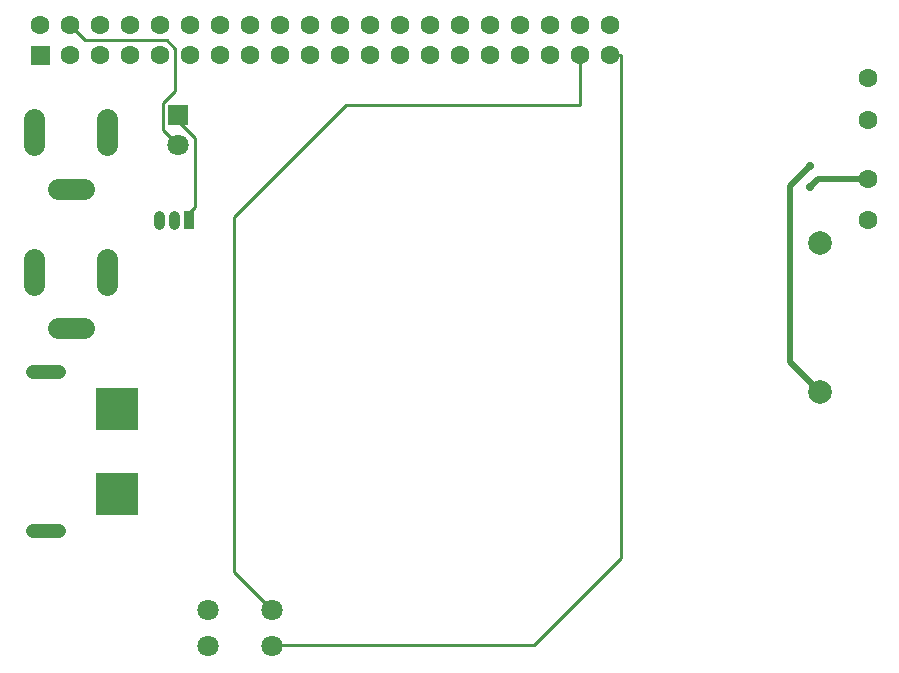
<source format=gbl>
G04 Layer: BottomLayer*
G04 EasyEDA v6.4.19.4, 2021-05-18T12:34:38--6:00*
G04 00e3982b90714801b635961d6bcae6ed,ecfdb7ac97474c2db5e1325c5a2f7ac0,10*
G04 Gerber Generator version 0.2*
G04 Scale: 100 percent, Rotated: No, Reflected: No *
G04 Dimensions in millimeters *
G04 leading zeros omitted , absolute positions ,4 integer and 5 decimal *
%FSLAX45Y45*%
%MOMM*%

%ADD11C,0.2600*%
%ADD13C,0.5000*%
%ADD14C,0.7000*%
%ADD22C,1.6000*%
%ADD24C,1.8000*%
%ADD25C,2.0000*%
%ADD26R,3.6000X3.6000*%
%ADD27R,1.8000X1.8000*%
%ADD28R,0.9000X1.6000*%
%ADD29C,1.2000*%
%ADD30C,0.9000*%

%LPD*%
D11*
X15684500Y431800D02*
G01*
X15773400Y431800D01*
X15773400Y-3822700D01*
X15036800Y-4559300D01*
X12830302Y-4559300D01*
X12817602Y-4572000D01*
X15430500Y431800D02*
G01*
X15430500Y12700D01*
X13449300Y12700D01*
X12496800Y-939800D01*
X12496800Y-3946397D01*
X12817602Y-4267200D01*
X12026900Y-76200D02*
G01*
X12026900Y-127000D01*
X12166600Y-266700D01*
X12166600Y-850900D01*
X12115800Y-901700D01*
X12115800Y-965200D01*
D13*
X17462500Y-2420696D02*
G01*
X17208500Y-2166696D01*
X17208500Y-673100D01*
X17373600Y-508000D01*
D11*
X11112500Y685800D02*
G01*
X11239500Y558800D01*
X11928350Y558800D01*
X11997941Y489204D01*
X11997941Y129034D01*
X11899900Y30987D01*
X11899900Y-203200D01*
X12026900Y-330200D01*
D13*
X17868900Y-612396D02*
G01*
X17447003Y-612396D01*
X17373600Y-685800D01*
D22*
G01*
X15684500Y685800D03*
G01*
X15684500Y431800D03*
G01*
X15430500Y685800D03*
G01*
X15430500Y431800D03*
G01*
X15176500Y685800D03*
G01*
X15176500Y431800D03*
G01*
X14922500Y685800D03*
G01*
X14922500Y431800D03*
G01*
X14668500Y685800D03*
G01*
X14668500Y431800D03*
G01*
X14414500Y685800D03*
G01*
X14414500Y431800D03*
G01*
X14160500Y685800D03*
G01*
X14160500Y431800D03*
G01*
X13906500Y685800D03*
G01*
X13906500Y431800D03*
G01*
X13652500Y685800D03*
G01*
X13652500Y431800D03*
G01*
X13398500Y685800D03*
G01*
X13398500Y431800D03*
G01*
X13144500Y685800D03*
G01*
X13144500Y431800D03*
G01*
X12890500Y685800D03*
G01*
X12890500Y431800D03*
G01*
X12636500Y685800D03*
G01*
X12636500Y431800D03*
G01*
X12382500Y685800D03*
G01*
X12382500Y431800D03*
G01*
X12128500Y685800D03*
G01*
X12128500Y431800D03*
G01*
X11874500Y685800D03*
G01*
X11874500Y431800D03*
G01*
X11620500Y685800D03*
G01*
X11620500Y431800D03*
G01*
X11366500Y685800D03*
G01*
X11366500Y431800D03*
G01*
X11112500Y685800D03*
G01*
X11112500Y431800D03*
G01*
X10858500Y685800D03*
G36*
X10778500Y511799D02*
G01*
X10938499Y511799D01*
X10938499Y351800D01*
X10778500Y351800D01*
G37*
D24*
G01*
X12277597Y-4267200D03*
G01*
X12277597Y-4572000D03*
G01*
X12817602Y-4267200D03*
G01*
X12817602Y-4572000D03*
D22*
G01*
X17868900Y-962405D03*
G01*
X17868900Y-612394D03*
G01*
X17868900Y238505D03*
G01*
X17868900Y-111505D03*
D25*
G01*
X17462500Y-1160703D03*
G01*
X17462500Y-2420696D03*
G36*
X11326266Y-3461034D02*
G01*
X11326266Y-3101116D01*
X11686184Y-3101116D01*
X11686184Y-3461034D01*
G37*
D26*
G01*
X11506200Y-2561005D03*
D27*
G01*
X12026900Y-76200D03*
D24*
G01*
X12026900Y-330200D03*
D28*
G01*
X12115800Y-965200D03*
D14*
G01*
X17373600Y-508000D03*
G01*
X17373600Y-685800D03*
D24*
X11421262Y-1509615D02*
G01*
X11421262Y-1289616D01*
X10803763Y-1289616D02*
G01*
X10803763Y-1509615D01*
X11011542Y-1876958D02*
G01*
X11231542Y-1876958D01*
X11421262Y-328515D02*
G01*
X11421262Y-108516D01*
X10803763Y-108516D02*
G01*
X10803763Y-328515D01*
X11011542Y-695858D02*
G01*
X11231542Y-695858D01*
D29*
X10796201Y-3596004D02*
G01*
X11016200Y-3596004D01*
X10796201Y-2245995D02*
G01*
X11016200Y-2245995D01*
D30*
X11861800Y-1000201D02*
G01*
X11861800Y-930201D01*
X11988800Y-1000201D02*
G01*
X11988800Y-930201D01*
M02*

</source>
